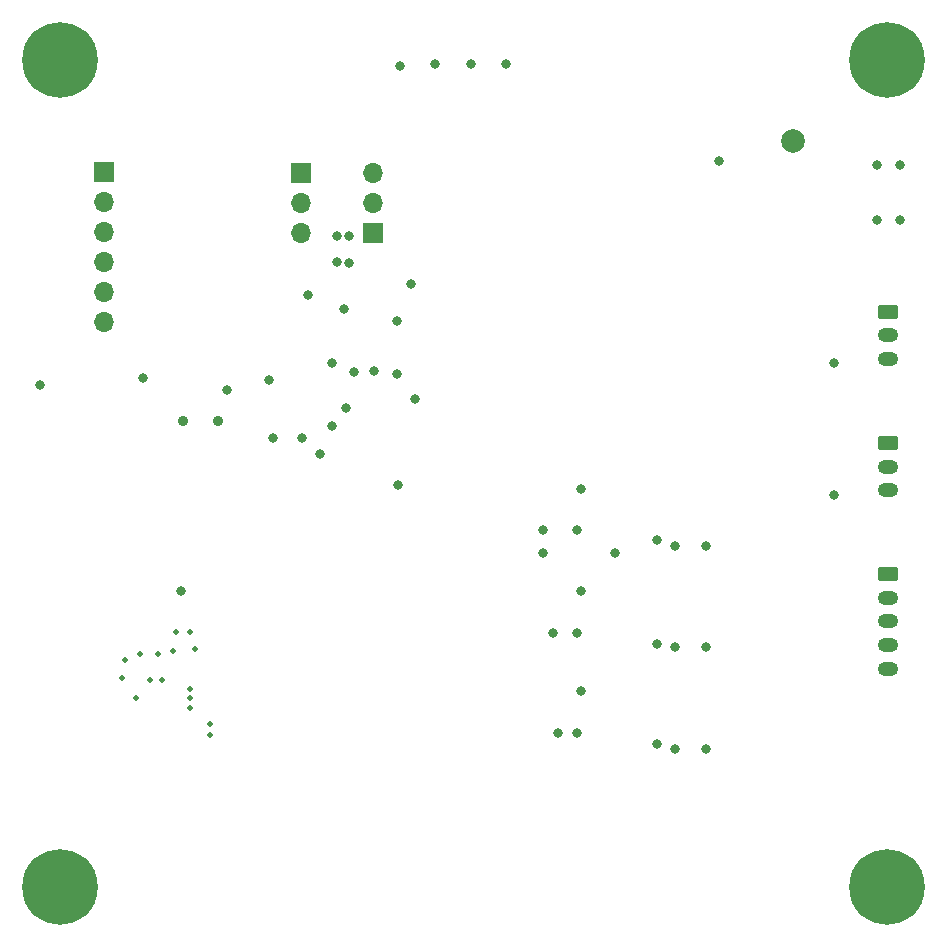
<source format=gbr>
%TF.GenerationSoftware,KiCad,Pcbnew,8.0.4*%
%TF.CreationDate,2024-08-31T15:47:31-07:00*%
%TF.ProjectId,aunisoma-panel-controller,61756e69-736f-46d6-912d-70616e656c2d,rev?*%
%TF.SameCoordinates,Original*%
%TF.FileFunction,Soldermask,Bot*%
%TF.FilePolarity,Negative*%
%FSLAX46Y46*%
G04 Gerber Fmt 4.6, Leading zero omitted, Abs format (unit mm)*
G04 Created by KiCad (PCBNEW 8.0.4) date 2024-08-31 15:47:31*
%MOMM*%
%LPD*%
G01*
G04 APERTURE LIST*
G04 Aperture macros list*
%AMRoundRect*
0 Rectangle with rounded corners*
0 $1 Rounding radius*
0 $2 $3 $4 $5 $6 $7 $8 $9 X,Y pos of 4 corners*
0 Add a 4 corners polygon primitive as box body*
4,1,4,$2,$3,$4,$5,$6,$7,$8,$9,$2,$3,0*
0 Add four circle primitives for the rounded corners*
1,1,$1+$1,$2,$3*
1,1,$1+$1,$4,$5*
1,1,$1+$1,$6,$7*
1,1,$1+$1,$8,$9*
0 Add four rect primitives between the rounded corners*
20,1,$1+$1,$2,$3,$4,$5,0*
20,1,$1+$1,$4,$5,$6,$7,0*
20,1,$1+$1,$6,$7,$8,$9,0*
20,1,$1+$1,$8,$9,$2,$3,0*%
G04 Aperture macros list end*
%ADD10C,0.800000*%
%ADD11C,6.400000*%
%ADD12C,2.000000*%
%ADD13RoundRect,0.250000X-0.625000X0.350000X-0.625000X-0.350000X0.625000X-0.350000X0.625000X0.350000X0*%
%ADD14O,1.750000X1.200000*%
%ADD15R,1.700000X1.700000*%
%ADD16O,1.700000X1.700000*%
%ADD17C,0.900000*%
%ADD18C,0.500000*%
G04 APERTURE END LIST*
D10*
%TO.C,H2*%
X2100000Y4801326D03*
X2802944Y6498382D03*
X2802944Y3104270D03*
X4500000Y7201326D03*
D11*
X4500000Y4801326D03*
D10*
X4500000Y2401326D03*
X6197056Y6498382D03*
X6197056Y3104270D03*
X6900000Y4801326D03*
%TD*%
D12*
%TO.C,X1*%
X66500000Y67968326D03*
%TD*%
D13*
%TO.C,J7*%
X74600000Y31268326D03*
D14*
X74600000Y29268326D03*
X74600000Y27268326D03*
X74600000Y25268326D03*
X74600000Y23268326D03*
%TD*%
D15*
%TO.C,J3*%
X30970600Y60181326D03*
D16*
X30970600Y62721326D03*
X30970600Y65261326D03*
%TD*%
D15*
%TO.C,J2*%
X24900000Y65246326D03*
D16*
X24900000Y62706326D03*
X24900000Y60166326D03*
%TD*%
D13*
%TO.C,J5*%
X74600000Y53468326D03*
D14*
X74600000Y51468326D03*
X74600000Y49468326D03*
%TD*%
D15*
%TO.C,J1*%
X8200000Y65268326D03*
D16*
X8200000Y62728326D03*
X8200000Y60188326D03*
X8200000Y57648326D03*
X8200000Y55108326D03*
X8200000Y52568326D03*
%TD*%
D17*
%TO.C,SW2*%
X17850000Y44208326D03*
X14850000Y44208326D03*
%TD*%
D10*
%TO.C,H3*%
X72100000Y74801326D03*
X72802944Y76498382D03*
X72802944Y73104270D03*
X74500000Y77201326D03*
D11*
X74500000Y74801326D03*
D10*
X74500000Y72401326D03*
X76197056Y76498382D03*
X76197056Y73104270D03*
X76900000Y74801326D03*
%TD*%
%TO.C,H4*%
X72100000Y4801326D03*
X72802944Y6498382D03*
X72802944Y3104270D03*
X74500000Y7201326D03*
D11*
X74500000Y4801326D03*
D10*
X74500000Y2401326D03*
X76197056Y6498382D03*
X76197056Y3104270D03*
X76900000Y4801326D03*
%TD*%
D13*
%TO.C,J6*%
X74600000Y42368326D03*
D14*
X74600000Y40368326D03*
X74600000Y38368326D03*
%TD*%
D10*
%TO.C,H1*%
X2100000Y74801326D03*
X2802944Y76498382D03*
X2802944Y73104270D03*
X4500000Y77201326D03*
D11*
X4500000Y74801326D03*
D10*
X4500000Y72401326D03*
X6197056Y76498382D03*
X6197056Y73104270D03*
X6900000Y74801326D03*
%TD*%
X45400000Y33068326D03*
X51500000Y33068326D03*
X48265000Y17768326D03*
X46600000Y17768326D03*
X46175000Y26268326D03*
X48250000Y26268326D03*
X34500000Y46068326D03*
X33004267Y48201325D03*
X48255000Y34968326D03*
X45400000Y34968326D03*
X70000000Y37943326D03*
D18*
X17200000Y18568326D03*
D10*
X22175000Y47668326D03*
X31015000Y48468326D03*
X75600000Y61268326D03*
X18600000Y46868326D03*
D18*
X12100000Y22268326D03*
D10*
X28500000Y53701326D03*
X33100000Y38768326D03*
X60250000Y66250000D03*
D18*
X15500000Y26368326D03*
D10*
X33000000Y52668326D03*
X48550000Y21385826D03*
X56550000Y16465826D03*
X55050000Y34165826D03*
D18*
X15500000Y21568326D03*
D10*
X36250000Y74418326D03*
D18*
X10000000Y24000000D03*
D10*
X59150000Y16465826D03*
X27500000Y43768326D03*
X25500000Y54868326D03*
D18*
X15500000Y20768326D03*
D10*
X73600000Y65868326D03*
X70000000Y49143326D03*
D18*
X14250000Y26368326D03*
D10*
X55050000Y25365826D03*
X34200000Y55848326D03*
X33250000Y74318326D03*
X73600000Y61268326D03*
X27525000Y49168326D03*
D18*
X13100000Y22268326D03*
D10*
X39250000Y74418326D03*
X59150000Y33665826D03*
X48550000Y29865826D03*
X42250000Y74418326D03*
X59150000Y25065826D03*
D18*
X14000000Y24750000D03*
X12750000Y24500000D03*
D10*
X2800000Y47268326D03*
D18*
X9750000Y22500000D03*
D10*
X14700000Y29868326D03*
X56550000Y33665826D03*
X56550000Y25065826D03*
X11460000Y47868326D03*
D18*
X11250000Y24500000D03*
D10*
X26500000Y41468326D03*
X55050000Y16885826D03*
X75600000Y65868326D03*
D18*
X15500000Y19968326D03*
X17200000Y17618326D03*
D10*
X48550000Y38465826D03*
D18*
X15937500Y24918326D03*
X10900000Y20768326D03*
D10*
X22500000Y42768326D03*
X28700000Y45368326D03*
X25000000Y42768326D03*
X29400000Y48368326D03*
X27950000Y57652326D03*
X27948000Y59912326D03*
X28964004Y59912326D03*
X28964002Y57626326D03*
M02*

</source>
